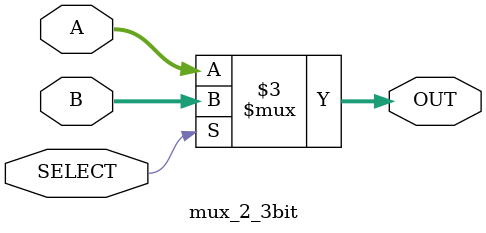
<source format=sv>
module mux_2(   input logic SELECT,
                input logic [15:0] A,B,
                output logic [15:0] OUT );

    always_comb
    begin
        if (SELECT)
            OUT = B;
        else
            OUT = A;
    end

endmodule

module mux_3(   input  logic [1:0]  SELECT,
                input  logic [15:0] A,B,C,
                output logic [15:0] OUT     );

    always_comb
    begin
        case (SELECT)
            2'b00 : OUT = A;
            2'b01 : OUT = B;
            default : OUT = C;
        endcase
    end 
    
endmodule

module mux_4(   input  logic [1:0]  SELECT,
                input  logic [15:0] A,B,C,D,
                output logic [15:0] OUT     );

    always_comb
    begin
        case (SELECT)
            2'b00 : OUT = A;
            2'b01 : OUT = B;
            2'b10 : OUT = C;
            2'b11 : OUT = D;
        endcase
    end
    
endmodule

module mux_2_3bit(  input logic SELECT,
                            input logic  [2:0] A,B,
                            output logic [2:0] OUT );

    always_comb
    begin
        if (SELECT)
            OUT = B;
        else
            OUT = A;
    end

endmodule
</source>
